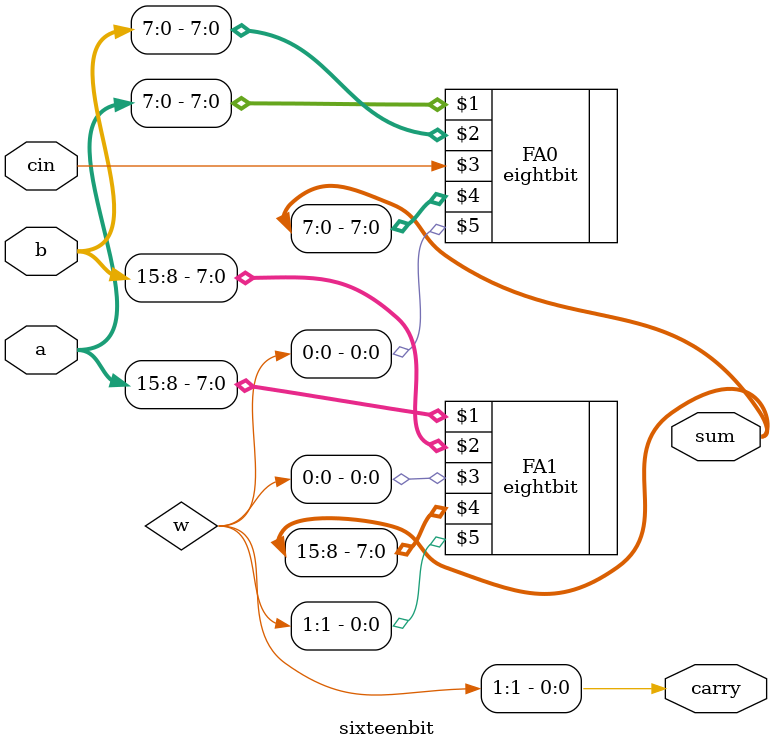
<source format=v>
`include "8bitadder.v"
module sixteenbit(a,b,cin,sum,carry);
input [15:0] a,b;
input cin;
output [15:0] sum;
output carry;
wire [1:0] w;
eightbit FA0(a[7:0],b[7:0],cin,sum[7:0],w[0]);
eightbit FA1(a[15:8],b[15:8],w[0],sum[15:8],w[1]);
assign carry=w[1];
endmodule


</source>
